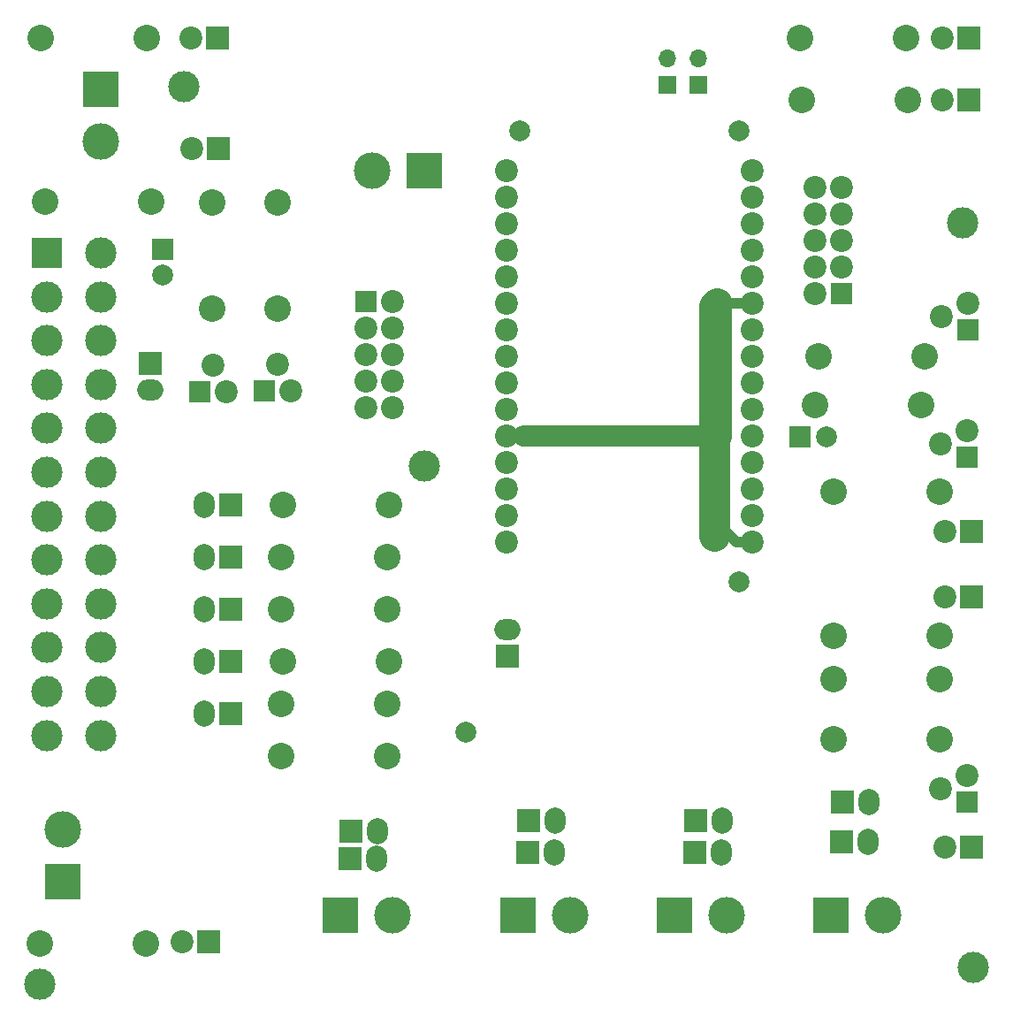
<source format=gtl>
G04 #@! TF.GenerationSoftware,KiCad,Pcbnew,(5.1.2)-2*
G04 #@! TF.CreationDate,2019-11-30T13:38:49+01:00*
G04 #@! TF.ProjectId,poisson2,706f6973-736f-46e3-922e-6b696361645f,rev?*
G04 #@! TF.SameCoordinates,Original*
G04 #@! TF.FileFunction,Copper,L1,Top*
G04 #@! TF.FilePolarity,Positive*
%FSLAX46Y46*%
G04 Gerber Fmt 4.6, Leading zero omitted, Abs format (unit mm)*
G04 Created by KiCad (PCBNEW (5.1.2)-2) date 2019-11-30 13:38:49*
%MOMM*%
%LPD*%
G04 APERTURE LIST*
%ADD10C,2.000000*%
%ADD11R,2.000000X2.000000*%
%ADD12O,1.700000X1.700000*%
%ADD13R,1.700000X1.700000*%
%ADD14C,2.540000*%
%ADD15R,2.200000X2.200000*%
%ADD16C,2.200000*%
%ADD17C,3.000000*%
%ADD18O,2.500000X2.000000*%
%ADD19C,3.500000*%
%ADD20R,3.500000X3.500000*%
%ADD21O,2.000000X2.500000*%
%ADD22R,2.100000X2.100000*%
%ADD23R,3.000000X3.000000*%
%ADD24C,1.000000*%
%ADD25C,2.000000*%
%ADD26C,3.000000*%
G04 APERTURE END LIST*
D10*
X95000000Y-127500000D03*
X66000000Y-83750000D03*
D11*
X66000000Y-81250000D03*
D12*
X114350000Y-62960000D03*
D13*
X114350000Y-65500000D03*
D12*
X117250000Y-62960000D03*
D13*
X117250000Y-65500000D03*
D10*
X129540000Y-99250000D03*
D11*
X127000000Y-99250000D03*
D14*
X54700000Y-76700000D03*
X64860000Y-76700000D03*
X54300000Y-61000000D03*
X64460000Y-61000000D03*
X54200000Y-147700000D03*
X64360000Y-147700000D03*
X127040000Y-61000000D03*
X137200000Y-61000000D03*
D15*
X71300000Y-71600000D03*
D16*
X68760000Y-71600000D03*
D15*
X71200000Y-61000000D03*
D16*
X68660000Y-61000000D03*
D15*
X70400000Y-147600000D03*
D16*
X67860000Y-147600000D03*
D17*
X91000000Y-102000000D03*
X68000000Y-65700000D03*
X142600000Y-78700000D03*
X143600000Y-150000000D03*
X54200000Y-151600000D03*
D10*
X119050000Y-86450000D03*
D15*
X64800000Y-92200000D03*
D18*
X64800000Y-94740000D03*
D14*
X128750000Y-91500000D03*
X138910000Y-91500000D03*
D19*
X86000000Y-73700000D03*
D20*
X91000000Y-73700000D03*
D19*
X60000000Y-70900000D03*
D20*
X60000000Y-65900000D03*
D19*
X56400000Y-136800000D03*
D20*
X56400000Y-141800000D03*
D10*
X118800000Y-108700000D03*
D15*
X116900000Y-139000000D03*
D21*
X119440000Y-139000000D03*
D15*
X100960000Y-139000000D03*
D21*
X103500000Y-139000000D03*
D15*
X83900000Y-139600000D03*
D21*
X86440000Y-139600000D03*
D15*
X131100000Y-134200000D03*
D21*
X133640000Y-134200000D03*
D15*
X99000000Y-120250000D03*
D18*
X99000000Y-117710000D03*
D15*
X72500000Y-105750000D03*
D21*
X69960000Y-105750000D03*
D15*
X72500000Y-110750000D03*
D21*
X69960000Y-110750000D03*
D15*
X72500000Y-115750000D03*
D21*
X69960000Y-115750000D03*
D15*
X72500000Y-120750000D03*
D21*
X69960000Y-120750000D03*
D15*
X72500000Y-125750000D03*
D21*
X69960000Y-125750000D03*
D15*
X131000000Y-138000000D03*
D21*
X133540000Y-138000000D03*
D15*
X84000000Y-137000000D03*
D21*
X86540000Y-137000000D03*
D15*
X101000000Y-136000000D03*
D21*
X103540000Y-136000000D03*
D15*
X117000000Y-136000000D03*
D21*
X119540000Y-136000000D03*
D10*
X100200000Y-69900000D03*
X101400000Y-99100000D03*
X121200000Y-113100000D03*
X121200000Y-69900000D03*
D15*
X143400000Y-114500000D03*
D16*
X140860000Y-114500000D03*
D15*
X143400000Y-138500000D03*
D16*
X140860000Y-138500000D03*
D15*
X143400000Y-108250000D03*
D16*
X140860000Y-108250000D03*
D15*
X143200000Y-61000000D03*
D16*
X140660000Y-61000000D03*
D15*
X143200000Y-67000000D03*
D16*
X140660000Y-67000000D03*
D14*
X70750000Y-76750000D03*
X70750000Y-86910000D03*
X130250000Y-118250000D03*
X140410000Y-118250000D03*
X87660000Y-105750000D03*
X77500000Y-105750000D03*
X77340000Y-110750000D03*
X87500000Y-110750000D03*
X77340000Y-115750000D03*
X87500000Y-115750000D03*
X77500000Y-120750000D03*
X87660000Y-120750000D03*
X77340000Y-124750000D03*
X87500000Y-124750000D03*
X77340000Y-129750000D03*
X87500000Y-129750000D03*
X77000000Y-76750000D03*
X77000000Y-86910000D03*
X130250000Y-128200000D03*
X140410000Y-128200000D03*
X130250000Y-122400000D03*
X140410000Y-122400000D03*
X138600000Y-96200000D03*
X128440000Y-96200000D03*
X130250000Y-104500000D03*
X140410000Y-104500000D03*
X127200000Y-67000000D03*
X137360000Y-67000000D03*
D16*
X70770000Y-92345000D03*
X72040000Y-94885000D03*
D22*
X69500000Y-94885000D03*
D16*
X77000000Y-92250000D03*
X78270000Y-94790000D03*
D22*
X75730000Y-94790000D03*
D16*
X140500000Y-132930000D03*
X143040000Y-131660000D03*
D22*
X143040000Y-134200000D03*
D16*
X140500000Y-99900000D03*
X143040000Y-98630000D03*
D22*
X143040000Y-101170000D03*
D16*
X140560000Y-87670000D03*
X143100000Y-86400000D03*
D22*
X143100000Y-88940000D03*
D16*
X88000000Y-96410000D03*
X85460000Y-96410000D03*
X88000000Y-93870000D03*
X85460000Y-93870000D03*
X88000000Y-91330000D03*
X85460000Y-91330000D03*
X88000000Y-88790000D03*
X85460000Y-88790000D03*
X88000000Y-86250000D03*
D11*
X85460000Y-86250000D03*
D16*
X128460000Y-75340000D03*
X131000000Y-75340000D03*
X128460000Y-77880000D03*
X131000000Y-77880000D03*
X128460000Y-80420000D03*
X131000000Y-80420000D03*
X128460000Y-82960000D03*
X131000000Y-82960000D03*
X128460000Y-85500000D03*
D11*
X131000000Y-85500000D03*
D23*
X54900000Y-81600000D03*
D17*
X54900000Y-85800000D03*
X54900000Y-90000000D03*
X54900000Y-94200000D03*
X54900000Y-98400000D03*
X54900000Y-102600000D03*
X54900000Y-106800000D03*
X54900000Y-111000000D03*
X54900000Y-115200000D03*
X54900000Y-119400000D03*
X54900000Y-123600000D03*
X54900000Y-127800000D03*
X60000000Y-81600000D03*
X60000000Y-85800000D03*
X60000000Y-90000000D03*
X60000000Y-94200000D03*
X60000000Y-98400000D03*
X60000000Y-102600000D03*
X60000000Y-106800000D03*
X60000000Y-111000000D03*
X60000000Y-115200000D03*
X60000000Y-119400000D03*
X60000000Y-123600000D03*
X60000000Y-127800000D03*
D20*
X130000000Y-145000000D03*
D19*
X135000000Y-145000000D03*
X88000000Y-145000000D03*
D20*
X83000000Y-145000000D03*
D19*
X105000000Y-145000000D03*
D20*
X100000000Y-145000000D03*
X115000000Y-145000000D03*
D19*
X120000000Y-145000000D03*
D16*
X122430000Y-73700000D03*
X122430000Y-76240000D03*
X122430000Y-78780000D03*
X122430000Y-81320000D03*
X122430000Y-83860000D03*
X122430000Y-86400000D03*
X122430000Y-88940000D03*
X122430000Y-91480000D03*
X122430000Y-94020000D03*
X122430000Y-96560000D03*
X122430000Y-99100000D03*
X122430000Y-101640000D03*
X122430000Y-104180000D03*
X122430000Y-106720000D03*
X122430000Y-109260000D03*
X98935000Y-109260000D03*
X98935000Y-106720000D03*
X98935000Y-104180000D03*
X98935000Y-101640000D03*
X98935000Y-99100000D03*
X98935000Y-96560000D03*
X98935000Y-94020000D03*
X98935000Y-91480000D03*
X98935000Y-88940000D03*
X98935000Y-86400000D03*
X98935000Y-83860000D03*
X98935000Y-81320000D03*
X98935000Y-78780000D03*
X98935000Y-76240000D03*
X98935000Y-73700000D03*
D24*
X119850000Y-86400000D02*
X122430000Y-86400000D01*
X119000000Y-87250000D02*
X119850000Y-86400000D01*
X122430000Y-109260000D02*
X120874366Y-109260000D01*
X120874366Y-109260000D02*
X119000000Y-107385634D01*
D25*
X100490634Y-99100000D02*
X119000000Y-99100000D01*
D24*
X98935000Y-99100000D02*
X100490634Y-99100000D01*
X119000000Y-107385634D02*
X119000000Y-99100000D01*
D26*
X119000000Y-99100000D02*
X119000000Y-87250000D01*
X118800000Y-86700000D02*
X119050000Y-86450000D01*
X118800000Y-108700000D02*
X118800000Y-86700000D01*
M02*

</source>
